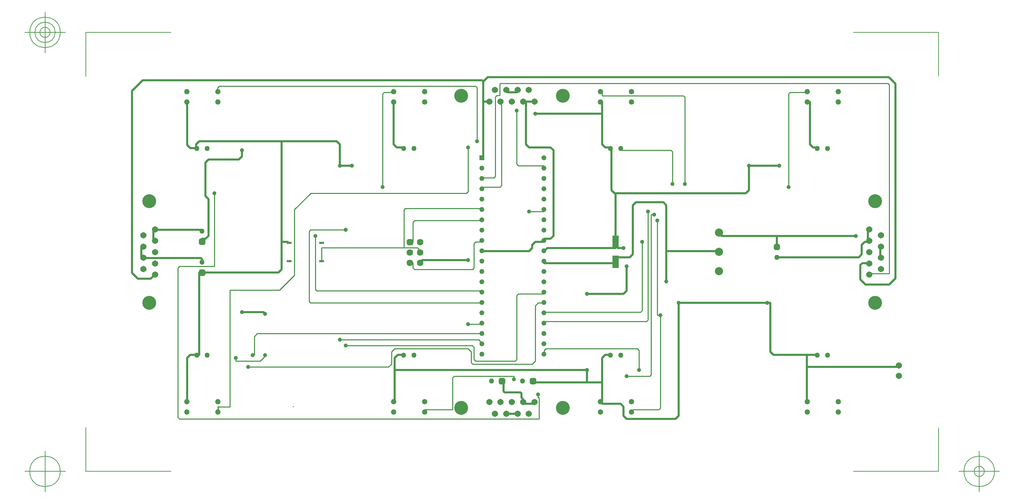
<source format=gbr>
G04 Generated by Ultiboard 13.0 *
%FSLAX34Y34*%
%MOMM*%

%ADD10C,0.0001*%
%ADD11C,0.2540*%
%ADD12C,0.5000*%
%ADD13C,0.1270*%
%ADD14C,1.2700*%
%ADD15R,0.6350X0.6350*%
%ADD16C,0.8890*%
%ADD17C,1.5366*%
%ADD18C,1.5367*%
%ADD19C,3.4036*%
%ADD20C,1.3208*%
%ADD21R,1.6000X3.1500*%
%ADD22C,2.0056*%
%ADD23C,1.6088*%
%ADD24R,0.5291X0.5291*%
%ADD25C,0.9949*%
%ADD26R,1.3000X0.6000*%
%ADD27C,1.2446*%
%ADD28R,1.2446X1.2446*%
%ADD29C,1.0000*%


G04 ColorRGB 00FF00 for the following layer *
%LNCopper Top*%
%LPD*%
G54D10*
G54D11*
X481316Y612446D02*
X481316Y450836D01*
X294640Y127000D02*
X294036Y127604D01*
X294036Y115028D01*
X293308Y114300D01*
X903750Y652500D02*
X521370Y652500D01*
X481316Y612446D01*
X478776Y128364D02*
X478032Y127620D01*
X521250Y382500D02*
X517500Y386250D01*
X517500Y558750D01*
X521250Y562500D01*
X607500Y562500D01*
X937500Y382500D02*
X521250Y382500D01*
X293308Y126876D02*
X293308Y114300D01*
X294052Y127620D02*
X293308Y126876D01*
X697500Y896250D02*
X697500Y667500D01*
X701250Y900000D02*
X697500Y896250D01*
X720000Y900000D02*
X701250Y900000D01*
X721700Y901700D02*
X720000Y900000D01*
X725108Y901700D02*
X721700Y901700D01*
X285000Y472440D02*
X285000Y652500D01*
X198750Y472440D02*
X285000Y472440D01*
X195000Y468750D02*
X198750Y472440D01*
X195000Y101250D02*
X195000Y468750D01*
X198750Y97500D02*
X195000Y101250D01*
X1082294Y97500D02*
X198750Y97500D01*
X1082294Y150000D02*
X1082294Y97500D01*
X1080000Y150000D02*
X1082294Y150000D01*
X1080000Y157500D02*
X1080000Y150000D01*
X532500Y416250D02*
X532500Y547500D01*
X536250Y412500D02*
X532500Y416250D01*
X938445Y412500D02*
X536250Y412500D01*
X941545Y409400D02*
X938445Y412500D01*
X547950Y501977D02*
X547950Y485500D01*
X547950Y518455D02*
X547950Y501977D01*
X783750Y518455D02*
X547950Y518455D01*
X783750Y517500D02*
X783750Y518455D01*
X787500Y513750D02*
X783750Y517500D01*
X787500Y509500D02*
X787500Y513750D01*
X790400Y506600D02*
X787500Y509500D01*
X942745Y690000D02*
X941545Y688800D01*
X945000Y690000D02*
X942745Y690000D01*
X971250Y690000D02*
X945000Y690000D01*
X975000Y693750D02*
X971250Y690000D01*
X975000Y888750D02*
X975000Y693750D01*
X978750Y892500D02*
X975000Y888750D01*
X985393Y892500D02*
X978750Y892500D01*
X985393Y918750D02*
X985393Y892500D01*
X1942500Y454405D02*
X1942500Y918750D01*
X1897500Y454405D02*
X1942500Y454405D01*
X1897500Y456256D02*
X1897500Y454405D01*
X1893300Y452056D02*
X1897500Y456256D01*
X1235800Y901700D02*
X1233108Y901700D01*
X1237500Y900000D02*
X1235800Y901700D01*
X1237500Y891286D02*
X1237500Y900000D01*
X1436250Y891286D02*
X1237500Y891286D01*
X1440000Y888750D02*
X1436250Y891286D01*
X1440000Y675000D02*
X1440000Y888750D01*
X772500Y532000D02*
X765000Y532000D01*
X772500Y532500D02*
X772500Y532000D01*
X772500Y581250D02*
X772500Y532500D01*
X776250Y585000D02*
X772500Y581250D01*
X939345Y585000D02*
X776250Y585000D01*
X941545Y587200D02*
X939345Y585000D01*
X1093945Y336445D02*
X1093945Y333200D01*
X1095000Y337500D02*
X1093945Y336445D01*
X1346250Y337500D02*
X1095000Y337500D01*
X1350000Y341250D02*
X1346250Y337500D01*
X1350000Y607500D02*
X1350000Y341250D01*
X1353750Y202500D02*
X1297500Y202500D01*
X1357500Y206250D02*
X1353750Y202500D01*
X1357500Y600000D02*
X1357500Y206250D01*
X1365000Y600000D02*
X1357500Y600000D01*
X771300Y481200D02*
X765000Y481200D01*
X772500Y480000D02*
X771300Y481200D01*
X772500Y468750D02*
X772500Y480000D01*
X776250Y465000D02*
X772500Y468750D01*
X918750Y465000D02*
X776250Y465000D01*
X922500Y468750D02*
X918750Y465000D01*
X922500Y528750D02*
X922500Y468750D01*
X926250Y532500D02*
X922500Y528750D01*
X937645Y532500D02*
X926250Y532500D01*
X941545Y536400D02*
X937645Y532500D01*
X1282700Y757500D02*
X1282700Y762000D01*
X1406250Y757500D02*
X1282700Y757500D01*
X1410000Y753750D02*
X1406250Y757500D01*
X1410000Y675000D02*
X1410000Y753750D01*
X938345Y330000D02*
X941545Y333200D01*
X907500Y330000D02*
X938345Y330000D01*
X918750Y277500D02*
X607500Y277500D01*
X922500Y273750D02*
X918750Y277500D01*
X922500Y243750D02*
X922500Y273750D01*
X926250Y240000D02*
X922500Y243750D01*
X1023750Y240000D02*
X926250Y240000D01*
X1027500Y243750D02*
X1023750Y240000D01*
X1027500Y401250D02*
X1027500Y243750D01*
X1031250Y405000D02*
X1027500Y401250D01*
X1093945Y405000D02*
X1031250Y405000D01*
X1093945Y409400D02*
X1093945Y405000D01*
X1027500Y723750D02*
X1027500Y855000D01*
X1031250Y720000D02*
X1027500Y723750D01*
X1093945Y720000D02*
X1031250Y720000D01*
X1093945Y714200D02*
X1093945Y720000D01*
X293308Y906692D02*
X293308Y901700D01*
X292500Y907500D02*
X293308Y906692D01*
X292500Y911250D02*
X292500Y907500D01*
X296250Y915000D02*
X292500Y911250D01*
X926250Y915000D02*
X296250Y915000D01*
X930000Y911250D02*
X926250Y915000D01*
X930000Y780000D02*
X930000Y911250D01*
X1093945Y261445D02*
X1093945Y257000D01*
X1095000Y262500D02*
X1093945Y261445D01*
X1095000Y266250D02*
X1095000Y262500D01*
X1098750Y270000D02*
X1095000Y266250D01*
X1323750Y270000D02*
X1098750Y270000D01*
X1327500Y266250D02*
X1323750Y270000D01*
X1327500Y217500D02*
X1327500Y266250D01*
X1695000Y896250D02*
X1695000Y667500D01*
X1698750Y900000D02*
X1695000Y896250D01*
X1740000Y900000D02*
X1698750Y900000D01*
X1740000Y900592D02*
X1740000Y900000D01*
X1741108Y901700D02*
X1740000Y900592D01*
X933750Y292500D02*
X592500Y292500D01*
X937500Y288750D02*
X933750Y292500D01*
X937500Y285000D02*
X937500Y288750D01*
X938945Y285000D02*
X937500Y285000D01*
X941545Y282400D02*
X938945Y285000D01*
X1372500Y352500D02*
X1372500Y585000D01*
X1380000Y352500D02*
X1372500Y352500D01*
X1312500Y117492D02*
X1309308Y114300D01*
X1312500Y120000D02*
X1312500Y117492D01*
X1376250Y120000D02*
X1312500Y120000D01*
X1380000Y123750D02*
X1376250Y120000D01*
X1380000Y352500D02*
X1380000Y123750D01*
X1095000Y359655D02*
X1093945Y358600D01*
X1095000Y360000D02*
X1095000Y359655D01*
X1331250Y360000D02*
X1095000Y360000D01*
X1335000Y363750D02*
X1331250Y360000D01*
X1335000Y532500D02*
X1335000Y363750D01*
X907500Y656250D02*
X903750Y652500D01*
X907500Y765000D02*
X907500Y656250D01*
X750000Y611250D02*
X750000Y518455D01*
X753750Y615000D02*
X750000Y611250D01*
X939145Y615000D02*
X753750Y615000D01*
X941545Y612600D02*
X939145Y615000D01*
X801308Y118808D02*
X801308Y114300D01*
X802500Y120000D02*
X801308Y118808D01*
X869632Y120000D02*
X802500Y120000D01*
X869632Y198750D02*
X869632Y120000D01*
X870000Y198750D02*
X869632Y198750D01*
X873750Y202500D02*
X870000Y198750D01*
X1020000Y202500D02*
X873750Y202500D01*
X1020000Y195000D02*
X1020000Y202500D01*
X1093945Y607500D02*
X1057500Y607500D01*
X1093945Y612600D02*
X1093945Y607500D01*
X939000Y384000D02*
X937500Y382500D01*
X941545Y384000D02*
X939000Y384000D01*
X481316Y450836D02*
X444500Y414020D01*
X323324Y414020D01*
X322580Y127744D02*
X321836Y127000D01*
X323324Y414020D02*
X322580Y413276D01*
X321836Y127000D02*
X294640Y127000D01*
X322580Y413276D02*
X322580Y127744D01*
X987742Y877300D02*
X987742Y872258D01*
X945000Y666855D02*
X941545Y663400D01*
X945000Y667500D02*
X945000Y666855D01*
X986250Y667500D02*
X945000Y667500D01*
X990000Y671250D02*
X986250Y667500D01*
X990000Y870000D02*
X990000Y671250D01*
X987742Y872258D02*
X990000Y870000D01*
X1942500Y918750D02*
X1938750Y922500D01*
X986250Y922500D02*
X985393Y918750D01*
X1938750Y922500D02*
X986250Y922500D01*
X1093945Y384000D02*
X1089000Y384000D01*
X1087500Y382500D01*
X1080000Y382500D01*
X1072500Y375000D01*
X1072500Y240000D01*
X1065000Y232500D01*
X918750Y232500D01*
X915000Y236250D01*
X915000Y262500D01*
X907500Y270000D01*
X727500Y270000D01*
X720000Y262500D01*
X720000Y232500D01*
X712500Y225000D01*
X367500Y225000D01*
X408700Y254000D02*
X405000Y247500D01*
X397500Y240000D01*
X337500Y240000D01*
X337500Y247500D01*
X941545Y307800D02*
X937800Y307800D01*
X937500Y307500D01*
X390000Y307500D01*
X382500Y300000D01*
X382500Y255000D01*
X378700Y254000D01*
G54D12*
X1029271Y110080D02*
X1001757Y110080D01*
X105000Y517500D02*
X105000Y495000D01*
X106481Y517500D02*
X105000Y517500D01*
X110252Y521271D02*
X106481Y517500D01*
X106415Y493585D02*
X110252Y493585D01*
X105000Y495000D02*
X106415Y493585D01*
X111331Y492506D02*
X110252Y493585D01*
X251812Y492506D02*
X111331Y492506D01*
X251812Y492506D02*
X254000Y490318D01*
X254000Y482600D02*
X254000Y490318D01*
X1920000Y517500D02*
X1920000Y495000D01*
X1920000Y519523D02*
X1920000Y517500D01*
X1921748Y521271D02*
X1920000Y519523D01*
X1920333Y495000D02*
X1921748Y493585D01*
X1920000Y495000D02*
X1920333Y495000D01*
X1747500Y876300D02*
X1741108Y876300D01*
X1747500Y772500D02*
X1747500Y876300D01*
X1755000Y765000D02*
X1747500Y772500D01*
X1762500Y765000D02*
X1755000Y765000D01*
X1762500Y764800D02*
X1762500Y765000D01*
X1765300Y762000D02*
X1762500Y764800D01*
X1672500Y720000D02*
X1597500Y720000D01*
X1597500Y660000D01*
X1590000Y652500D01*
X1267500Y652500D01*
X1260000Y660000D01*
X1270000Y532500D02*
X1270000Y652500D01*
X1267500Y652500D01*
X1260000Y660000D02*
X1260000Y759300D01*
X1270000Y532500D02*
X1270000Y517500D01*
X1275000Y532500D02*
X1275000Y517500D01*
X1270000Y532500D02*
X1275000Y532500D01*
X1260000Y759300D02*
X1257300Y762000D01*
X1254300Y765000D01*
X1267500Y517500D02*
X1102500Y517500D01*
X1270000Y517500D02*
X1267500Y517500D01*
X1275000Y517500D02*
X1290000Y517500D01*
X1254300Y765000D02*
X1245000Y765000D01*
X1102500Y517500D02*
X1095000Y511000D01*
X1245000Y765000D02*
X1237500Y772500D01*
X1095000Y511000D02*
X1093945Y511000D01*
X1237500Y772500D02*
X1237500Y876300D01*
X1237500Y847500D02*
X1072500Y847500D01*
X1237500Y876300D02*
X1233108Y876300D01*
X1297500Y472500D02*
X1297500Y412500D01*
X1290000Y405000D01*
X1200000Y405000D01*
X1200000Y187500D02*
X1200000Y217500D01*
X727500Y217500D01*
X1237500Y187500D02*
X1069800Y187500D01*
X727500Y247500D02*
X727500Y142092D01*
X1069800Y187500D02*
X1066800Y190500D01*
X1237500Y247500D02*
X1237500Y142500D01*
X727500Y142092D02*
X725108Y139700D01*
X735000Y255000D02*
X727500Y247500D01*
X1235908Y142500D02*
X1233108Y139700D01*
X1237500Y142500D02*
X1235908Y142500D01*
X1237500Y135308D02*
X1233108Y139700D01*
X1237500Y135000D02*
X1237500Y135308D01*
X1245000Y255000D02*
X1237500Y247500D01*
X749300Y255000D02*
X735000Y255000D01*
X1282500Y135000D02*
X1237500Y135000D01*
X1252500Y255000D02*
X1245000Y255000D01*
X749300Y254400D02*
X749300Y255000D01*
X749300Y254000D02*
X749300Y254400D01*
X749300Y765000D02*
X735000Y765000D01*
X749300Y762000D02*
X749300Y765000D01*
X1290000Y127500D02*
X1282500Y135000D01*
X1253500Y254000D02*
X1252500Y255000D01*
X1257300Y254000D02*
X1253500Y254000D01*
X732608Y765000D02*
X725108Y772500D01*
X735000Y765000D02*
X732608Y765000D01*
X1027500Y900000D02*
X1005000Y900000D01*
X1005000Y902333D01*
X1001585Y905748D01*
X1290000Y105000D02*
X1290000Y127500D01*
X725108Y772500D02*
X725108Y876300D01*
X1029271Y905748D02*
X1029271Y901771D01*
X1027500Y900000D01*
X1297500Y97500D02*
X1290000Y105000D01*
X1417500Y97500D02*
X1297500Y97500D01*
X1425000Y105000D02*
X1417500Y97500D01*
X622500Y720000D02*
X592500Y720000D01*
X1425000Y382500D02*
X1425000Y105000D01*
X592500Y720000D02*
X592500Y772500D01*
X1642500Y382500D02*
X1425000Y382500D01*
X907500Y487500D02*
X795000Y487500D01*
X592500Y772500D02*
X585000Y780000D01*
X1650000Y382500D02*
X1642500Y382500D01*
X795000Y485800D02*
X790400Y481200D01*
X795000Y487500D02*
X795000Y485800D01*
X585000Y780000D02*
X247500Y780000D01*
X1650000Y262500D02*
X1650000Y382500D01*
X247500Y780000D02*
X240000Y772500D01*
X450000Y532500D02*
X450000Y780000D01*
X1657500Y255000D02*
X1650000Y262500D01*
X240000Y772500D02*
X240000Y765000D01*
X450000Y532500D02*
X450000Y465000D01*
X465000Y532500D02*
X450000Y532500D01*
X1740000Y255000D02*
X1657500Y255000D01*
X240000Y765000D02*
X240000Y763300D01*
X225000Y763300D01*
X241300Y762000D02*
X240000Y763300D01*
X241300Y762000D01*
X450000Y465000D02*
X442500Y457500D01*
X465000Y530500D02*
X465000Y532500D01*
X468050Y530500D02*
X465000Y530500D01*
X1740000Y255000D02*
X1740000Y142500D01*
X1762500Y255000D02*
X1740000Y255000D01*
X225000Y763300D02*
X217500Y770800D01*
X442500Y457500D02*
X262500Y457500D01*
X1740000Y140808D02*
X1741108Y139700D01*
X1740000Y142500D02*
X1740000Y140808D01*
X1965000Y225000D02*
X1740000Y225000D01*
X1764300Y255000D02*
X1762500Y255000D01*
X1765300Y254000D02*
X1764300Y255000D01*
X217500Y772500D02*
X217500Y870000D01*
X217500Y770800D02*
X217500Y772500D01*
X262500Y457500D02*
X255000Y457200D01*
X1965960Y225960D02*
X1965000Y225000D01*
X1965960Y228600D02*
X1965960Y225960D01*
X217108Y870392D02*
X217108Y876300D01*
X217500Y870000D02*
X217108Y870392D01*
X254700Y457200D02*
X254000Y457200D01*
X255000Y457200D02*
X254700Y457200D01*
X247500Y457200D02*
X254000Y457200D01*
X247500Y255000D02*
X247500Y457200D01*
X246500Y254000D02*
X247500Y255000D01*
X241300Y254000D02*
X246500Y254000D01*
X240300Y255000D02*
X225000Y255000D01*
X241300Y254000D02*
X240300Y255000D01*
X225000Y255000D02*
X217500Y247500D01*
X217500Y142500D01*
X217500Y140092D02*
X217108Y139700D01*
X217500Y142500D02*
X217500Y140092D01*
X1067100Y135000D02*
X1043114Y135000D01*
X1070800Y138700D02*
X1067100Y135000D01*
X1043114Y135000D02*
X1043114Y138700D01*
X1043114Y141886D02*
X1042500Y142500D01*
X1043114Y138700D02*
X1043114Y141886D01*
X1042500Y142500D02*
X1042500Y146250D01*
X1038750Y150000D01*
X1038750Y160551D01*
X1036407Y162894D02*
X1038750Y160551D01*
X1036407Y162894D02*
X997303Y162894D01*
X994960Y165237D01*
X994960Y190040D01*
X994500Y190500D02*
X990600Y190500D01*
X994960Y190040D02*
X994500Y190500D01*
X944445Y742500D02*
X941545Y739600D01*
X945000Y877500D02*
X945000Y742500D01*
X944445Y742500D01*
X952500Y877500D02*
X945000Y877500D01*
X945000Y927932D01*
X960056Y877300D02*
X952700Y877300D01*
X952500Y877500D01*
X945000Y926250D02*
X945000Y922500D01*
X956370Y937620D02*
X945000Y926250D01*
X942812Y930120D02*
X945000Y927932D01*
X942812Y930120D02*
X108870Y930120D01*
X1941170Y937620D02*
X956370Y937620D01*
X108870Y930120D02*
X82260Y903510D01*
X1957620Y921170D02*
X1941170Y937620D01*
X82260Y903510D02*
X82260Y456170D01*
X1957620Y442750D02*
X1957620Y921170D01*
X82260Y456170D02*
X96725Y441705D01*
X1957620Y442750D02*
X1942732Y427862D01*
X96725Y441705D02*
X128349Y441705D01*
X1883994Y427862D02*
X1942732Y427862D01*
X128349Y441705D02*
X138700Y452056D01*
X1883994Y427862D02*
X1871646Y440210D01*
X1871646Y475556D02*
X1871646Y440210D01*
X1876090Y480000D02*
X1871646Y475556D01*
X1890000Y480000D02*
X1876090Y480000D01*
X1890258Y479742D02*
X1890000Y480000D01*
X1893300Y479742D02*
X1890258Y479742D01*
X142200Y562800D02*
X138700Y562800D01*
X142500Y562500D02*
X142200Y562800D01*
X254000Y562500D02*
X142500Y562500D01*
X135000Y562500D02*
X135000Y538814D01*
X135300Y562800D02*
X135000Y562500D01*
X138700Y562800D02*
X135300Y562800D01*
X254000Y558800D02*
X254000Y562500D01*
X135000Y538814D02*
X138700Y535114D01*
X1860000Y547500D02*
X1665000Y547500D01*
X1530000Y547500D01*
X1666000Y547500D02*
X1665000Y547500D01*
X1666000Y520400D02*
X1666000Y547500D01*
X1530000Y549500D02*
X1524000Y555500D01*
X1530000Y547500D02*
X1530000Y549500D01*
X1890000Y562500D02*
X1890000Y538414D01*
X1890300Y562800D02*
X1890000Y562500D01*
X1893300Y562800D02*
X1890300Y562800D01*
X1890686Y532500D02*
X1882500Y532500D01*
X1893300Y535114D02*
X1890686Y532500D01*
X1890000Y538414D02*
X1893300Y535114D01*
X1882500Y532500D02*
X1875000Y525000D01*
X1875000Y502500D01*
X1867500Y495000D01*
X1666000Y495000D01*
X1666000Y495000D01*
X1515000Y510000D02*
X1395000Y510000D01*
X1517000Y508000D02*
X1515000Y510000D01*
X1524000Y508000D02*
X1517000Y508000D01*
X1395000Y435000D02*
X1395000Y622500D01*
X1387500Y630000D01*
X1320000Y630000D01*
X1312500Y622500D01*
X1312500Y502500D01*
X1305000Y495000D01*
X1270000Y495000D01*
X1270000Y483500D01*
X1270000Y480000D02*
X1095000Y480000D01*
X1270000Y483500D02*
X1270000Y480000D01*
X1093945Y481055D02*
X1093945Y485600D01*
X1095000Y480000D02*
X1093945Y481055D01*
X1093945Y532500D02*
X1072500Y532500D01*
X1093945Y536400D02*
X1093945Y532500D01*
X1093945Y538945D02*
X1095000Y540000D01*
X1093945Y536400D02*
X1093945Y538945D01*
X1095000Y540000D02*
X1110000Y540000D01*
X1072500Y532500D02*
X1065000Y525000D01*
X1110000Y540000D02*
X1117500Y547500D01*
X1065000Y525000D02*
X1065000Y517500D01*
X1117500Y547500D02*
X1117500Y757500D01*
X1065000Y517500D02*
X1057500Y510000D01*
X1117500Y757500D02*
X1110000Y765000D01*
X1057500Y510000D02*
X945000Y510000D01*
X1110000Y765000D02*
X1057500Y765000D01*
X942545Y510000D02*
X941545Y511000D01*
X945000Y510000D02*
X942545Y510000D01*
X1057500Y765000D02*
X1050000Y772500D01*
X1050000Y877300D01*
X1043114Y877300D01*
X1065000Y877500D02*
X1050000Y877500D01*
X1049800Y877300D01*
X1043114Y877300D01*
X1070800Y877300D02*
X1065200Y877300D01*
X1065000Y877500D01*
X254000Y540000D02*
X254000Y533400D01*
X255000Y540000D02*
X254000Y540000D01*
X262500Y540000D02*
X255000Y540000D01*
X270000Y547500D02*
X262500Y540000D01*
X270000Y637500D02*
X270000Y547500D01*
X262500Y645000D02*
X270000Y637500D01*
X262500Y727500D02*
X262500Y645000D01*
X270000Y735000D02*
X262500Y727500D01*
X345000Y735000D02*
X270000Y735000D01*
X352500Y742500D02*
X345000Y735000D01*
X352500Y757500D02*
X352500Y742500D01*
X408700Y355600D02*
X405000Y360000D01*
X352500Y360000D01*
G54D13*
X-31464Y-31464D02*
X-31464Y76429D01*
X-31464Y-31464D02*
X178029Y-31464D01*
X2063464Y-31464D02*
X1853971Y-31464D01*
X2063464Y-31464D02*
X2063464Y76429D01*
X2063464Y1047464D02*
X2063464Y939571D01*
X2063464Y1047464D02*
X1853971Y1047464D01*
X-31464Y1047464D02*
X178029Y1047464D01*
X-31464Y1047464D02*
X-31464Y939571D01*
X-81464Y-31464D02*
X-181464Y-31464D01*
X-131464Y-81464D02*
X-131464Y18536D01*
X-168964Y-31464D02*
G75*
D01*
G02X-168964Y-31464I37500J0*
G01*
X2113464Y-31464D02*
X2213464Y-31464D01*
X2163464Y-81464D02*
X2163464Y18536D01*
X2125964Y-31464D02*
G75*
D01*
G02X2125964Y-31464I37500J0*
G01*
X2150964Y-31464D02*
G75*
D01*
G02X2150964Y-31464I12500J0*
G01*
X-81464Y1047464D02*
X-181464Y1047464D01*
X-131464Y997464D02*
X-131464Y1097464D01*
X-168964Y1047464D02*
G75*
D01*
G02X-168964Y1047464I37500J0*
G01*
X-156464Y1047464D02*
G75*
D01*
G02X-156464Y1047464I25000J0*
G01*
X-143964Y1047464D02*
G75*
D01*
G02X-143964Y1047464I12500J0*
G01*
G54D14*
X1790700Y254000D03*
X1765300Y254000D03*
X1666000Y495000D03*
X266700Y762000D03*
X241300Y762000D03*
X1790700Y762000D03*
X1765300Y762000D03*
X254000Y558800D03*
X254000Y482600D03*
X266700Y254000D03*
X241300Y254000D03*
X774700Y762000D03*
X749300Y762000D03*
X1282700Y762000D03*
X1257300Y762000D03*
X1282700Y254000D03*
X1257300Y254000D03*
X774700Y254000D03*
X749300Y254000D03*
X1041400Y190500D03*
X965200Y190500D03*
G54D15*
X1666000Y520400D03*
X254000Y533400D03*
X254000Y457200D03*
X1066800Y190500D03*
X990600Y190500D03*
G54D16*
X1662825Y517225D02*
X1669175Y517225D01*
X1669175Y523575D01*
X1662825Y523575D01*
X1662825Y517225D01*D02*
X250825Y530225D02*
X257175Y530225D01*
X257175Y536575D01*
X250825Y536575D01*
X250825Y530225D01*D02*
X250825Y454025D02*
X257175Y454025D01*
X257175Y460375D01*
X250825Y460375D01*
X250825Y454025D01*D02*
X1063625Y187325D02*
X1069975Y187325D01*
X1069975Y193675D01*
X1063625Y193675D01*
X1063625Y187325D01*D02*
X987425Y187325D02*
X993775Y187325D01*
X993775Y193675D01*
X987425Y193675D01*
X987425Y187325D01*D02*
G54D17*
X1965960Y203200D03*
X1965960Y228600D03*
G54D18*
X138700Y562800D03*
X138700Y507428D03*
X138700Y452056D03*
X138700Y479742D03*
X138700Y535114D03*
X110252Y465899D03*
X110252Y521271D03*
X110252Y493585D03*
X110252Y548957D03*
X1893300Y562800D03*
X1893300Y507428D03*
X1893300Y535114D03*
X1893300Y479742D03*
X1893300Y452056D03*
X1921748Y521271D03*
X1921748Y548957D03*
X1921748Y493585D03*
X1921748Y465899D03*
X1070800Y138700D03*
X1015428Y138700D03*
X1043114Y138700D03*
X987742Y138700D03*
X960056Y138700D03*
X1029271Y110252D03*
X1056957Y110252D03*
X1001585Y110252D03*
X973899Y110252D03*
X1070800Y877300D03*
X1015428Y877300D03*
X960056Y877300D03*
X987742Y877300D03*
X1043114Y877300D03*
X973899Y905748D03*
X1029271Y905748D03*
X1001585Y905748D03*
X1056957Y905748D03*
G54D19*
X124476Y382460D03*
X124476Y632396D03*
X1907524Y632396D03*
X1907524Y382460D03*
X1140396Y124476D03*
X890460Y124476D03*
X890460Y891524D03*
X1140396Y891524D03*
G54D20*
X217108Y114300D03*
X217108Y139700D03*
X293308Y114300D03*
X293308Y139700D03*
X1741108Y114300D03*
X1741108Y139700D03*
X1817308Y114300D03*
X1817308Y139700D03*
X1741108Y901700D03*
X1741108Y876300D03*
X1817308Y901700D03*
X1817308Y876300D03*
X217108Y901700D03*
X217108Y876300D03*
X725108Y901700D03*
X725108Y876300D03*
X801308Y901700D03*
X801308Y876300D03*
X1309308Y901700D03*
X1309308Y876300D03*
X1233108Y901700D03*
X1233108Y876300D03*
X1309308Y114300D03*
X1309308Y139700D03*
X1233108Y114300D03*
X1233108Y139700D03*
X801308Y114300D03*
X801308Y139700D03*
X725108Y114300D03*
X725108Y139700D03*
X293308Y901700D03*
X293308Y876300D03*
G54D21*
X1270000Y483500D03*
X1270000Y532500D03*
G54D22*
X1524000Y555500D03*
X1524000Y508000D03*
X1524000Y460500D03*
G54D23*
X790400Y532000D03*
X790400Y481200D03*
X765000Y481200D03*
X790400Y506600D03*
X765000Y506600D03*
G54D24*
X765000Y532000D03*
G54D25*
X762355Y529355D02*
X767645Y529355D01*
X767645Y534645D01*
X762355Y534645D01*
X762355Y529355D01*D02*
G54D26*
X468050Y485500D03*
X547950Y485500D03*
X468050Y530500D03*
X547950Y530500D03*
G54D27*
X1093945Y739600D03*
X941545Y714200D03*
X941545Y688800D03*
X941545Y663400D03*
X941545Y638000D03*
X941545Y612600D03*
X941545Y587200D03*
X941545Y536400D03*
X941545Y561800D03*
X941545Y511000D03*
X941545Y460200D03*
X941545Y485600D03*
X941545Y434800D03*
X941545Y409400D03*
X941545Y384000D03*
X941545Y358600D03*
X941545Y257000D03*
X941545Y333200D03*
X941545Y307800D03*
X941545Y282400D03*
X1093945Y587200D03*
X1093945Y714200D03*
X1093945Y688800D03*
X1093945Y663400D03*
X1093945Y638000D03*
X1093945Y612600D03*
X1093945Y536400D03*
X1093945Y561800D03*
X1093945Y511000D03*
X1093945Y460200D03*
X1093945Y485600D03*
X1093945Y434800D03*
X1093945Y257000D03*
X1093945Y409400D03*
X1093945Y384000D03*
X1093945Y358600D03*
X1093945Y333200D03*
X1093945Y307800D03*
X1093945Y282400D03*
G54D28*
X941545Y739600D03*
G54D29*
X1695000Y667500D03*
X1020000Y195000D03*
X1057500Y607500D03*
X697500Y667500D03*
X1327500Y217500D03*
X592500Y292500D03*
X930000Y780000D03*
X532500Y547500D03*
X1380000Y352500D03*
X1372500Y585000D03*
X1350000Y607500D03*
X1297500Y202500D03*
X1365000Y600000D03*
X1027500Y855000D03*
X607500Y562500D03*
X907500Y487500D03*
X592500Y720000D03*
X622500Y720000D03*
X1425000Y382500D03*
X1642500Y382500D03*
X1597500Y720000D03*
X1672500Y720000D03*
X1072500Y847500D03*
X1200000Y217500D03*
X1200000Y405000D03*
X1297500Y472500D03*
X1290000Y517500D03*
X907500Y765000D03*
X1440000Y675000D03*
X1410000Y675000D03*
X1860000Y547500D03*
X285000Y652500D03*
X1080000Y157500D03*
X1335000Y532500D03*
X1395000Y435000D03*
X352500Y757500D03*
X607500Y277500D03*
X907500Y330000D03*
X367500Y225000D03*
X408700Y254000D03*
X337500Y247500D03*
X378700Y254000D03*
X408700Y355600D03*
X352500Y360000D03*

M02*

</source>
